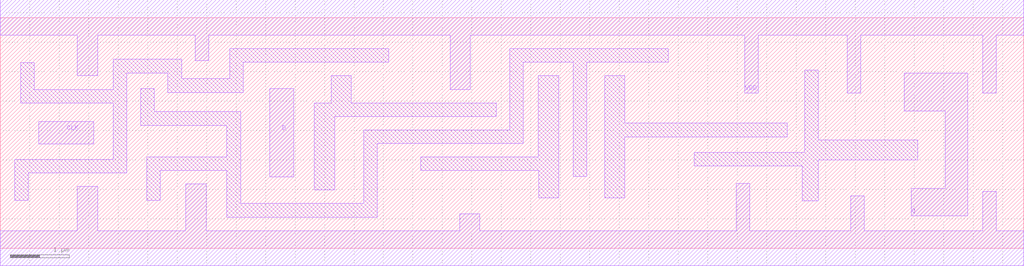
<source format=lef>
# Copyright 2022 GlobalFoundries PDK Authors
#
# Licensed under the Apache License, Version 2.0 (the "License");
# you may not use this file except in compliance with the License.
# You may obtain a copy of the License at
#
#      http://www.apache.org/licenses/LICENSE-2.0
#
# Unless required by applicable law or agreed to in writing, software
# distributed under the License is distributed on an "AS IS" BASIS,
# WITHOUT WARRANTIES OR CONDITIONS OF ANY KIND, either express or implied.
# See the License for the specific language governing permissions and
# limitations under the License.

MACRO gf180mcu_fd_sc_mcu7t5v0__dffq_2
  CLASS core ;
  FOREIGN gf180mcu_fd_sc_mcu7t5v0__dffq_2 0.0 0.0 ;
  ORIGIN 0 0 ;
  SYMMETRY X Y ;
  SITE GF018hv5v_mcu_sc7 ;
  SIZE 17.36 BY 3.92 ;
  PIN D
    DIRECTION INPUT ;
    ANTENNAGATEAREA 0.396 ;
    PORT
      LAYER METAL1 ;
        POLYGON 4.57 1.21 4.975 1.21 4.975 2.71 4.57 2.71  ;
    END
  END D
  PIN CLK
    DIRECTION INPUT ;
    USE clock ;
    ANTENNAGATEAREA 0.6755 ;
    PORT
      LAYER METAL1 ;
        POLYGON 0.65 1.77 1.59 1.77 1.59 2.15 0.65 2.15  ;
    END
  END CLK
  PIN Q
    DIRECTION OUTPUT ;
    ANTENNADIFFAREA 1.0608 ;
    PORT
      LAYER METAL1 ;
        POLYGON 15.33 2.33 15.565 2.33 16.03 2.33 16.03 1.02 15.45 1.02 15.45 0.55 16.41 0.55 16.41 2.975 15.565 2.975 15.33 2.975  ;
    END
  END Q
  PIN VDD
    DIRECTION INOUT ;
    USE power ;
    SHAPE ABUTMENT ;
    PORT
      LAYER METAL1 ;
        POLYGON 0 3.62 1.31 3.62 1.31 2.93 1.65 2.93 1.65 3.62 3.305 3.62 3.305 3.185 3.535 3.185 3.535 3.62 6.59 3.62 7.63 3.62 7.63 2.7 7.97 2.7 7.97 3.62 8.41 3.62 11.33 3.62 12.625 3.62 12.625 2.635 12.855 2.635 12.855 3.62 13.35 3.62 14.365 3.62 14.365 2.635 14.595 2.635 14.595 3.62 15.565 3.62 16.665 3.62 16.665 2.635 16.895 2.635 16.895 3.62 17.36 3.62 17.36 4.22 15.565 4.22 13.35 4.22 11.33 4.22 8.41 4.22 6.59 4.22 0 4.22  ;
    END
  END VDD
  PIN VSS
    DIRECTION INOUT ;
    USE ground ;
    SHAPE ABUTMENT ;
    PORT
      LAYER METAL1 ;
        POLYGON 0 -0.3 17.36 -0.3 17.36 0.3 16.895 0.3 16.895 0.97 16.665 0.97 16.665 0.3 14.655 0.3 14.655 0.89 14.425 0.89 14.425 0.3 12.715 0.3 12.715 1.105 12.485 1.105 12.485 0.3 8.13 0.3 8.13 0.585 7.79 0.585 7.79 0.3 3.49 0.3 3.49 1.09 3.15 1.09 3.15 0.3 1.65 0.3 1.65 1.05 1.31 1.05 1.31 0.3 0 0.3  ;
    END
  END VSS
  OBS
      LAYER METAL1 ;
        POLYGON 0.345 2.47 1.915 2.47 1.915 1.51 0.245 1.51 0.245 0.81 0.475 0.81 0.475 1.28 2.145 1.28 2.145 2.98 2.845 2.98 2.845 2.65 4.12 2.65 4.12 3.16 6.59 3.16 6.59 3.39 3.89 3.39 3.89 2.885 3.075 2.885 3.075 3.215 1.915 3.215 1.915 2.7 0.575 2.7 0.575 3.155 0.345 3.155  ;
        POLYGON 5.325 0.99 5.67 0.99 5.67 2.24 8.41 2.24 8.41 2.47 5.95 2.47 5.95 2.93 5.61 2.93 5.61 2.47 5.325 2.47  ;
        POLYGON 7.13 1.32 9.13 1.32 9.13 0.86 9.47 0.86 9.47 2.93 9.125 2.93 9.125 1.55 7.13 1.55  ;
        POLYGON 2.385 2.09 3.845 2.09 3.845 1.555 2.485 1.555 2.485 0.81 2.715 0.81 2.715 1.325 3.845 1.325 3.845 0.53 6.395 0.53 6.395 1.78 8.87 1.78 8.87 3.16 9.72 3.16 9.72 1.225 9.95 1.225 9.95 3.16 11.33 3.16 11.33 3.39 8.64 3.39 8.64 2.01 6.165 2.01 6.165 0.76 4.075 0.76 4.075 2.325 2.615 2.325 2.615 2.71 2.385 2.71  ;
        POLYGON 10.25 0.86 10.59 0.86 10.59 1.895 13.35 1.895 13.35 2.13 10.59 2.13 10.59 2.93 10.25 2.93  ;
        POLYGON 11.77 1.4 13.605 1.4 13.605 0.805 13.87 0.805 13.87 1.5 15.565 1.5 15.565 1.84 13.875 1.84 13.875 3.03 13.645 3.03 13.645 1.63 11.77 1.63  ;
  END
END gf180mcu_fd_sc_mcu7t5v0__dffq_2

</source>
